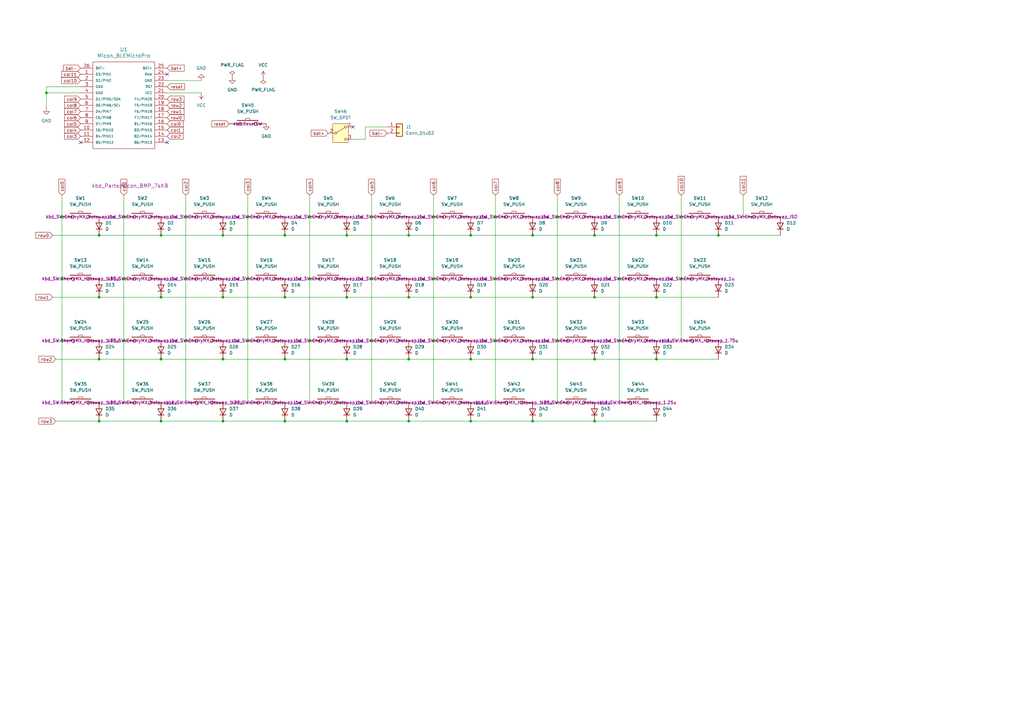
<source format=kicad_sch>
(kicad_sch (version 20231120) (generator "eeschema") (generator_version "8.0")
  (paper "A3")
  (lib_symbols
    (symbol "Connector_Generic:Conn_01x02" (pin_names (offset 1.016) hide)
      (property "Reference" "J" (at 0 2.54 0))
      (property "Value" "Conn_01x02" (at 0 -5.08 0))
      (symbol "Conn_01x02_1_1"
        (rectangle (start -1.27 -2.413) (end 0 -2.667) (stroke (width 0.1524)))
        (rectangle (start -1.27 0.127) (end 0 -0.127) (stroke (width 0.1524)))
        (rectangle (start -1.27 1.27) (end 1.27 -3.81) (stroke (width 0.254)) (fill (type background)))
        (pin passive line (at -5.08 0 0) (length 3.81) (name "Pin_1") (number "1"))
        (pin passive line (at -5.08 -2.54 0) (length 3.81) (name "Pin_2") (number "2"))
      )
    )
    (symbol "Device:D" (pin_numbers hide) (pin_names (offset 1.016) hide)
      (property "Reference" "D" (at 0 2.54 0))
      (property "Value" "D" (at 0 -2.54 0))
      (symbol "D_0_1"
        (polyline (pts (xy -1.27 1.27) (xy -1.27 -1.27)) (stroke (width 0.254)))
        (polyline (pts (xy 1.27 0) (xy -1.27 0)))
        (polyline (pts (xy 1.27 1.27) (xy 1.27 -1.27) (xy -1.27 0) (xy 1.27 1.27)) (stroke (width 0.254)))
      )
      (symbol "D_1_1"
        (pin passive line (at -3.81 0 0) (length 2.54) (name "K") (number "1"))
        (pin passive line (at 3.81 0 180) (length 2.54) (name "A") (number "2"))
      )
    )
    (symbol "Salicylic_kbd:Micon_BLEMicroPro" (pin_names (offset 1.016))
      (property "Reference" "U" (at 0 26.67 0))
      (property "Value" "Micon_BLEMicroPro" (at 0 -13.97 0))
      (symbol "Micon_BLEMicroPro_0_1"
        (rectangle (start 12.7 24.13) (end -12.7 -11.43))
      )
      (symbol "Micon_BLEMicroPro_1_1"
        (pin bidirectional line (at -17.78 19.05 0) (length 5.08) (name "D3/PIN1") (number "1"))
        (pin bidirectional line (at -17.78 -3.81 0) (length 5.08) (name "E6/PIN10") (number "10"))
        (pin bidirectional line (at -17.78 -6.35 0) (length 5.08) (name "B4/PIN11") (number "11"))
        (pin bidirectional line (at -17.78 -8.89 0) (length 5.08) (name "B5/PIN12") (number "12"))
        (pin bidirectional line (at 17.78 -8.89 180) (length 5.08) (name "B6/PIN13") (number "13"))
        (pin bidirectional line (at 17.78 -6.35 180) (length 5.08) (name "B2/PIN14") (number "14"))
        (pin bidirectional line (at 17.78 -3.81 180) (length 5.08) (name "B3/PIN15") (number "15"))
        (pin bidirectional line (at 17.78 -1.27 180) (length 5.08) (name "B1/PIN16") (number "16"))
        (pin bidirectional line (at 17.78 1.27 180) (length 5.08) (name "F7/PIN17") (number "17"))
        (pin bidirectional line (at 17.78 3.81 180) (length 5.08) (name "F6/PIN18") (number "18"))
        (pin bidirectional line (at 17.78 6.35 180) (length 5.08) (name "F5/PIN19") (number "19"))
        (pin bidirectional line (at -17.78 16.51 0) (length 5.08) (name "D2/PIN2") (number "2"))
        (pin bidirectional line (at 17.78 8.89 180) (length 5.08) (name "F4/PIN20") (number "20"))
        (pin power_in line (at 17.78 11.43 180) (length 5.08) (name "VCC") (number "21"))
        (pin input line (at 17.78 13.97 180) (length 5.08) (name "RST") (number "22"))
        (pin power_in line (at 17.78 16.51 180) (length 5.08) (name "GND") (number "23"))
        (pin power_out line (at 17.78 19.05 180) (length 5.08) (name "RAW") (number "24"))
        (pin input line (at 17.78 21.59 180) (length 5.08) (name "BAT+") (number "25"))
        (pin input line (at -17.78 21.59 0) (length 5.08) (name "BAT-") (number "26"))
        (pin power_in line (at -17.78 13.97 0) (length 5.08) (name "GND") (number "3"))
        (pin power_in line (at -17.78 11.43 0) (length 5.08) (name "GND") (number "4"))
        (pin bidirectional line (at -17.78 8.89 0) (length 5.08) (name "D1/PIN5/SDA") (number "5"))
        (pin bidirectional line (at -17.78 6.35 0) (length 5.08) (name "D0/PIN6/SCL") (number "6"))
        (pin bidirectional line (at -17.78 3.81 0) (length 5.08) (name "D4/PIN7") (number "7"))
        (pin bidirectional line (at -17.78 1.27 0) (length 5.08) (name "C6/PIN8") (number "8"))
        (pin bidirectional line (at -17.78 -1.27 0) (length 5.08) (name "D7/PIN9") (number "9"))
      )
    )
    (symbol "Switch:SW_SPDT" (pin_names (offset 0) hide)
      (property "Reference" "SW" (at 0 5.08 0))
      (property "Value" "SW_SPDT" (at 0 -5.08 0))
      (symbol "SW_SPDT_0_1"
        (circle (center -2.032 0) (radius 0.4572))
        (polyline (pts (xy -1.651 0.254) (xy 1.651 2.286)))
        (circle (center 2.032 -2.54) (radius 0.4572))
        (circle (center 2.032 2.54) (radius 0.4572))
      )
      (symbol "SW_SPDT_1_1"
        (rectangle (start -3.175 3.81) (end 3.175 -3.81) (fill (type background)))
        (pin passive line (at 5.08 2.54 180) (length 2.54) (name "A") (number "1"))
        (pin passive line (at -5.08 0 0) (length 2.54) (name "B") (number "2"))
        (pin passive line (at 5.08 -2.54 180) (length 2.54) (name "C") (number "3"))
      )
    )
    (symbol "kbd:SW_PUSH" (pin_numbers hide) (pin_names (offset 1.016) hide)
      (property "Reference" "SW" (at 3.81 2.794 0))
      (property "Value" "SW_PUSH" (at 0 -2.032 0))
      (symbol "SW_PUSH_0_1"
        (rectangle (start -4.318 1.27) (end 4.318 1.524))
        (polyline (pts (xy -1.016 1.524) (xy -0.762 2.286) (xy 0.762 2.286) (xy 1.016 1.524)))
        (pin passive inverted (at -7.62 0 0) (length 5.08) (name "1") (number "1"))
        (pin passive inverted (at 7.62 0 180) (length 5.08) (name "2") (number "2"))
      )
    )
    (symbol "power:GND" (power) (pin_numbers hide) (pin_names (offset 0) hide)
      (property "Value" "GND" (at 0 -3.81 0))
      (symbol "GND_0_1"
        (polyline (pts (xy 0 0) (xy 0 -1.27) (xy 1.27 -1.27) (xy 0 -2.54) (xy -1.27 -1.27) (xy 0 -1.27)))
      )
      (symbol "GND_1_1"
        (pin power_in line (at 0 0 270) (length 0) (name "~") (number "1"))
      )
    )
    (symbol "power:PWR_FLAG" (power) (pin_numbers hide) (pin_names (offset 0) hide)
      (property "Value" "PWR_FLAG" (at 0 3.81 0))
      (symbol "PWR_FLAG_0_0"
        (pin power_out line (at 0 0 90) (length 0) (name "~") (number "1"))
      )
      (symbol "PWR_FLAG_0_1"
        (polyline (pts (xy 0 0) (xy 0 1.27) (xy -1.016 1.905) (xy 0 2.54) (xy 1.016 1.905) (xy 0 1.27)))
      )
    )
    (symbol "power:VCC" (power) (pin_numbers hide) (pin_names (offset 0) hide)
      (property "Value" "VCC" (at 0 3.556 0))
      (symbol "VCC_0_1"
        (polyline (pts (xy -0.762 1.27) (xy 0 2.54)))
        (polyline (pts (xy 0 0) (xy 0 2.54)))
        (polyline (pts (xy 0 2.54) (xy 0.762 1.27)))
      )
      (symbol "VCC_1_1"
        (pin power_in line (at 0 0 90) (length 0) (name "~") (number "1"))
      )
    )
  )
  (junction (at 218.44 147.32))
  (junction (at 177.8 139.7))
  (junction (at 254 139.7))
  (junction (at 127 88.9))
  (junction (at 40.64 121.92))
  (junction (at 177.8 114.3))
  (junction (at 193.04 147.32))
  (junction (at 76.2 88.9))
  (junction (at 279.4 114.3))
  (junction (at 218.44 96.52))
  (junction (at 152.4 88.9))
  (junction (at 19.05 38.1))
  (junction (at 228.6 139.7))
  (junction (at 243.84 96.52))
  (junction (at 294.64 96.52))
  (junction (at 50.8 139.7))
  (junction (at 167.64 96.52))
  (junction (at 66.04 96.52))
  (junction (at 66.04 172.72))
  (junction (at 167.64 172.72))
  (junction (at 243.84 147.32))
  (junction (at 91.44 172.72))
  (junction (at 228.6 114.3))
  (junction (at 152.4 139.7))
  (junction (at 116.84 121.92))
  (junction (at 218.44 121.92))
  (junction (at 142.24 121.92))
  (junction (at 254 88.9))
  (junction (at 142.24 147.32))
  (junction (at 167.64 147.32))
  (junction (at 40.64 147.32))
  (junction (at 101.6 88.9))
  (junction (at 279.4 88.9))
  (junction (at 218.44 172.72))
  (junction (at 243.84 121.92))
  (junction (at 127 114.3))
  (junction (at 25.4 88.9))
  (junction (at 116.84 96.52))
  (junction (at 40.64 172.72))
  (junction (at 25.4 114.3))
  (junction (at 228.6 88.9))
  (junction (at 243.84 172.72))
  (junction (at 269.24 96.52))
  (junction (at 193.04 121.92))
  (junction (at 101.6 139.7))
  (junction (at 91.44 96.52))
  (junction (at 254 114.3))
  (junction (at 142.24 96.52))
  (junction (at 25.4 139.7))
  (junction (at 193.04 172.72))
  (junction (at 66.04 121.92))
  (junction (at 193.04 96.52))
  (junction (at 269.24 121.92))
  (junction (at 116.84 147.32))
  (junction (at 127 139.7))
  (junction (at 50.8 114.3))
  (junction (at 177.8 88.9))
  (junction (at 152.4 114.3))
  (junction (at 116.84 172.72))
  (junction (at 76.2 139.7))
  (junction (at 203.2 88.9))
  (junction (at 76.2 114.3))
  (junction (at 91.44 121.92))
  (junction (at 142.24 172.72))
  (junction (at 269.24 147.32))
  (junction (at 50.8 88.9))
  (junction (at 203.2 139.7))
  (junction (at 91.44 147.32))
  (junction (at 167.64 121.92))
  (junction (at 203.2 114.3))
  (junction (at 101.6 114.3))
  (junction (at 40.64 96.52))
  (junction (at 66.04 147.32))
  (no_connect (at 68.58 58.42))
  (no_connect (at 144.78 52.07))
  (no_connect (at 68.58 30.48))
  (no_connect (at 33.02 58.42))
  (wire (pts (xy 228.6 88.9) (xy 228.6 114.3)))
  (wire (pts (xy 269.24 147.32) (xy 243.84 147.32)))
  (wire (pts (xy 218.44 147.32) (xy 193.04 147.32)))
  (wire (pts (xy 116.84 147.32) (xy 91.44 147.32)))
  (wire (pts (xy 203.2 139.7) (xy 203.2 165.1)))
  (wire (pts (xy 127 88.9) (xy 127 114.3)))
  (wire (pts (xy 66.04 121.92) (xy 91.44 121.92)))
  (wire (pts (xy 254 80.01) (xy 254 88.9)))
  (wire (pts (xy 40.64 172.72) (xy 66.04 172.72)))
  (wire (pts (xy 19.05 35.56) (xy 19.05 38.1)))
  (wire (pts (xy 142.24 121.92) (xy 167.64 121.92)))
  (wire (pts (xy 25.4 139.7) (xy 25.4 165.1)))
  (wire (pts (xy 40.64 121.92) (xy 66.04 121.92)))
  (wire (pts (xy 91.44 172.72) (xy 116.84 172.72)))
  (wire (pts (xy 228.6 80.01) (xy 228.6 88.9)))
  (wire (pts (xy 68.58 33.02) (xy 82.55 33.02)))
  (wire (pts (xy 116.84 96.52) (xy 142.24 96.52)))
  (wire (pts (xy 116.84 172.72) (xy 142.24 172.72)))
  (wire (pts (xy 243.84 121.92) (xy 269.24 121.92)))
  (wire (pts (xy 167.64 121.92) (xy 193.04 121.92)))
  (wire (pts (xy 279.4 80.01) (xy 279.4 88.9)))
  (wire (pts (xy 177.8 80.01) (xy 177.8 88.9)))
  (wire (pts (xy 76.2 80.01) (xy 76.2 88.9)))
  (wire (pts (xy 167.64 147.32) (xy 142.24 147.32)))
  (wire (pts (xy 91.44 147.32) (xy 66.04 147.32)))
  (wire (pts (xy 304.8 80.01) (xy 304.8 88.9)))
  (wire (pts (xy 50.8 139.7) (xy 50.8 165.1)))
  (wire (pts (xy 40.64 147.32) (xy 22.86 147.32)))
  (wire (pts (xy 158.75 52.07) (xy 149.86 52.07)))
  (wire (pts (xy 40.64 96.52) (xy 66.04 96.52)))
  (wire (pts (xy 203.2 88.9) (xy 203.2 114.3)))
  (wire (pts (xy 203.2 114.3) (xy 203.2 139.7)))
  (wire (pts (xy 254 88.9) (xy 254 114.3)))
  (wire (pts (xy 228.6 114.3) (xy 228.6 139.7)))
  (wire (pts (xy 203.2 80.01) (xy 203.2 88.9)))
  (wire (pts (xy 91.44 121.92) (xy 116.84 121.92)))
  (wire (pts (xy 76.2 139.7) (xy 76.2 165.1)))
  (wire (pts (xy 19.05 38.1) (xy 19.05 44.45)))
  (wire (pts (xy 22.86 172.72) (xy 40.64 172.72)))
  (wire (pts (xy 66.04 172.72) (xy 91.44 172.72)))
  (wire (pts (xy 177.8 139.7) (xy 177.8 165.1)))
  (wire (pts (xy 25.4 80.01) (xy 25.4 88.9)))
  (wire (pts (xy 101.6 80.01) (xy 101.6 88.9)))
  (wire (pts (xy 101.6 139.7) (xy 101.6 165.1)))
  (wire (pts (xy 254 114.3) (xy 254 139.7)))
  (wire (pts (xy 76.2 88.9) (xy 76.2 114.3)))
  (wire (pts (xy 142.24 147.32) (xy 116.84 147.32)))
  (wire (pts (xy 177.8 88.9) (xy 177.8 114.3)))
  (wire (pts (xy 152.4 114.3) (xy 152.4 139.7)))
  (wire (pts (xy 243.84 96.52) (xy 269.24 96.52)))
  (wire (pts (xy 91.44 96.52) (xy 116.84 96.52)))
  (wire (pts (xy 25.4 114.3) (xy 25.4 139.7)))
  (wire (pts (xy 68.58 38.1) (xy 82.55 38.1)))
  (wire (pts (xy 21.59 96.52) (xy 40.64 96.52)))
  (wire (pts (xy 116.84 121.92) (xy 142.24 121.92)))
  (wire (pts (xy 142.24 96.52) (xy 167.64 96.52)))
  (wire (pts (xy 218.44 96.52) (xy 243.84 96.52)))
  (wire (pts (xy 101.6 88.9) (xy 101.6 114.3)))
  (wire (pts (xy 142.24 172.72) (xy 167.64 172.72)))
  (wire (pts (xy 243.84 147.32) (xy 218.44 147.32)))
  (wire (pts (xy 279.4 114.3) (xy 279.4 139.7)))
  (wire (pts (xy 218.44 121.92) (xy 243.84 121.92)))
  (wire (pts (xy 243.84 172.72) (xy 269.24 172.72)))
  (wire (pts (xy 193.04 121.92) (xy 218.44 121.92)))
  (wire (pts (xy 294.64 96.52) (xy 320.04 96.52)))
  (wire (pts (xy 127 114.3) (xy 127 139.7)))
  (wire (pts (xy 127 80.01) (xy 127 88.9)))
  (wire (pts (xy 25.4 88.9) (xy 25.4 114.3)))
  (wire (pts (xy 152.4 88.9) (xy 152.4 114.3)))
  (wire (pts (xy 33.02 38.1) (xy 19.05 38.1)))
  (wire (pts (xy 21.59 121.92) (xy 40.64 121.92)))
  (wire (pts (xy 127 139.7) (xy 127 165.1)))
  (wire (pts (xy 66.04 147.32) (xy 40.64 147.32)))
  (wire (pts (xy 193.04 172.72) (xy 218.44 172.72)))
  (wire (pts (xy 269.24 96.52) (xy 294.64 96.52)))
  (wire (pts (xy 279.4 88.9) (xy 279.4 114.3)))
  (wire (pts (xy 228.6 139.7) (xy 228.6 165.1)))
  (wire (pts (xy 66.04 96.52) (xy 91.44 96.52)))
  (wire (pts (xy 193.04 96.52) (xy 218.44 96.52)))
  (wire (pts (xy 193.04 147.32) (xy 167.64 147.32)))
  (wire (pts (xy 254 139.7) (xy 254 165.1)))
  (wire (pts (xy 50.8 80.01) (xy 50.8 88.9)))
  (wire (pts (xy 76.2 114.3) (xy 76.2 139.7)))
  (wire (pts (xy 149.86 57.15) (xy 144.78 57.15)))
  (wire (pts (xy 294.64 147.32) (xy 269.24 147.32)))
  (wire (pts (xy 152.4 80.01) (xy 152.4 88.9)))
  (wire (pts (xy 269.24 121.92) (xy 294.64 121.92)))
  (wire (pts (xy 50.8 88.9) (xy 50.8 114.3)))
  (wire (pts (xy 167.64 172.72) (xy 193.04 172.72)))
  (wire (pts (xy 149.86 52.07) (xy 149.86 57.15)))
  (wire (pts (xy 33.02 35.56) (xy 19.05 35.56)))
  (wire (pts (xy 177.8 114.3) (xy 177.8 139.7)))
  (wire (pts (xy 101.6 114.3) (xy 101.6 139.7)))
  (wire (pts (xy 218.44 172.72) (xy 243.84 172.72)))
  (wire (pts (xy 167.64 96.52) (xy 193.04 96.52)))
  (wire (pts (xy 50.8 114.3) (xy 50.8 139.7)))
  (wire (pts (xy 152.4 139.7) (xy 152.4 165.1)))
  (global_label "col11" (shape input) (at 304.8 80.01 90) (property "Intersheetrefs" "${INTERSHEET_REFS}" (effects (hide yes))))
  (global_label "col1" (shape input) (at 50.8 80.01 90) (property "Intersheetrefs" "${INTERSHEET_REFS}" (effects (hide yes))))
  (global_label "col3" (shape input) (at 101.6 80.01 90) (property "Intersheetrefs" "${INTERSHEET_REFS}" (effects (hide yes))))
  (global_label "col5" (shape input) (at 33.02 50.8 180) (property "Intersheetrefs" "${INTERSHEET_REFS}" (effects (hide yes))))
  (global_label "col9" (shape input) (at 254 80.01 90) (property "Intersheetrefs" "${INTERSHEET_REFS}" (effects (hide yes))))
  (global_label "col0" (shape input) (at 68.58 50.8 0) (property "Intersheetrefs" "${INTERSHEET_REFS}" (effects (hide yes))))
  (global_label "col0" (shape input) (at 25.4 80.01 90) (property "Intersheetrefs" "${INTERSHEET_REFS}" (effects (hide yes))))
  (global_label "col4" (shape input) (at 127 80.01 90) (property "Intersheetrefs" "${INTERSHEET_REFS}" (effects (hide yes))))
  (global_label "row3" (shape input) (at 68.58 40.64 0) (property "Intersheetrefs" "${INTERSHEET_REFS}" (effects (hide yes))))
  (global_label "bat-" (shape input) (at 158.75 54.61 180) (property "Intersheetrefs" "${INTERSHEET_REFS}" (effects (hide yes))))
  (global_label "col10" (shape input) (at 279.4 80.01 90) (property "Intersheetrefs" "${INTERSHEET_REFS}" (effects (hide yes))))
  (global_label "reset" (shape input) (at 68.58 35.56 0) (property "Intersheetrefs" "${INTERSHEET_REFS}" (effects (hide yes))))
  (global_label "col8" (shape input) (at 228.6 80.01 90) (property "Intersheetrefs" "${INTERSHEET_REFS}" (effects (hide yes))))
  (global_label "bat+" (shape input) (at 68.58 27.94 0) (property "Intersheetrefs" "${INTERSHEET_REFS}" (effects (hide yes))))
  (global_label "row1" (shape input) (at 21.59 121.92 180) (property "Intersheetrefs" "${INTERSHEET_REFS}" (effects (hide yes))))
  (global_label "col5" (shape input) (at 152.4 80.01 90) (property "Intersheetrefs" "${INTERSHEET_REFS}" (effects (hide yes))))
  (global_label "row0" (shape input) (at 21.59 96.52 180) (property "Intersheetrefs" "${INTERSHEET_REFS}" (effects (hide yes))))
  (global_label "row3" (shape input) (at 22.86 172.72 180) (property "Intersheetrefs" "${INTERSHEET_REFS}" (effects (hide yes))))
  (global_label "row0" (shape input) (at 68.58 48.26 0) (property "Intersheetrefs" "${INTERSHEET_REFS}" (effects (hide yes))))
  (global_label "col9" (shape input) (at 33.02 40.64 180) (property "Intersheetrefs" "${INTERSHEET_REFS}" (effects (hide yes))))
  (global_label "bat-" (shape input) (at 33.02 27.94 180) (property "Intersheetrefs" "${INTERSHEET_REFS}" (effects (hide yes))))
  (global_label "col2" (shape input) (at 76.2 80.01 90) (property "Intersheetrefs" "${INTERSHEET_REFS}" (effects (hide yes))))
  (global_label "col11" (shape input) (at 33.02 30.48 180) (property "Intersheetrefs" "${INTERSHEET_REFS}" (effects (hide yes))))
  (global_label "row2" (shape input) (at 22.86 147.32 180) (property "Intersheetrefs" "${INTERSHEET_REFS}" (effects (hide yes))))
  (global_label "row2" (shape input) (at 68.58 43.18 0) (property "Intersheetrefs" "${INTERSHEET_REFS}" (effects (hide yes))))
  (global_label "col7" (shape input) (at 203.2 80.01 90) (property "Intersheetrefs" "${INTERSHEET_REFS}" (effects (hide yes))))
  (global_label "col8" (shape input) (at 33.02 43.18 180) (property "Intersheetrefs" "${INTERSHEET_REFS}" (effects (hide yes))))
  (global_label "col1" (shape input) (at 68.58 53.34 0) (property "Intersheetrefs" "${INTERSHEET_REFS}" (effects (hide yes))))
  (global_label "col7" (shape input) (at 33.02 45.72 180) (property "Intersheetrefs" "${INTERSHEET_REFS}" (effects (hide yes))))
  (global_label "col2" (shape input) (at 68.58 55.88 0) (property "Intersheetrefs" "${INTERSHEET_REFS}" (effects (hide yes))))
  (global_label "col6" (shape input) (at 33.02 48.26 180) (property "Intersheetrefs" "${INTERSHEET_REFS}" (effects (hide yes))))
  (global_label "col3" (shape input) (at 33.02 55.88 180) (property "Intersheetrefs" "${INTERSHEET_REFS}" (effects (hide yes))))
  (global_label "col4" (shape input) (at 33.02 53.34 180) (property "Intersheetrefs" "${INTERSHEET_REFS}" (effects (hide yes))))
  (global_label "bat+" (shape input) (at 134.62 54.61 180) (property "Intersheetrefs" "${INTERSHEET_REFS}" (effects (hide yes))))
  (global_label "reset" (shape input) (at 93.98 50.8 180) (property "Intersheetrefs" "${INTERSHEET_REFS}" (effects (hide yes))))
  (global_label "col6" (shape input) (at 177.8 80.01 90) (property "Intersheetrefs" "${INTERSHEET_REFS}" (effects (hide yes))))
  (global_label "row1" (shape input) (at 68.58 45.72 0) (property "Intersheetrefs" "${INTERSHEET_REFS}" (effects (hide yes))))
  (global_label "col10" (shape input) (at 33.02 33.02 180) (property "Intersheetrefs" "${INTERSHEET_REFS}" (effects (hide yes))))
  (symbol (lib_id "kbd:SW_PUSH") (at 58.42 114.3 0) (unit 1)
    (property "Reference" "SW14" (at 58.42 106.68 0))
    (property "Value" "SW_PUSH" (at 58.42 109.22 0))
    (property "Footprint" "kbd_SW:CherryMX_Hotswap_1u" (at 58.42 114.3 0))
  )
  (symbol (lib_id "Connector_Generic:Conn_01x02") (at 163.83 52.07 0) (unit 1)
    (property "Reference" "J1" (at 166.37 52.0699 0) (effects (justify left)))
    (property "Value" "Conn_01x02" (at 166.37 54.6099 0) (effects (justify left)))
    (property "Footprint" "kbd_Parts:Battery_BMP_2pin" (effects (hide yes)))
    (property "Description" "Generic connector, single row, 01x02, script generated (kicad-library-utils/schlib/autogen/connector/)" (effects (hide yes)))
  )
  (symbol (lib_id "kbd:SW_PUSH") (at 134.62 114.3 0) (unit 1)
    (property "Reference" "SW17" (at 134.62 106.68 0))
    (property "Value" "SW_PUSH" (at 134.62 109.22 0))
    (property "Footprint" "kbd_SW:CherryMX_Hotswap_1u" (at 134.62 114.3 0))
  )
  (symbol (lib_id "kbd:SW_PUSH") (at 83.82 139.7 0) (unit 1)
    (property "Reference" "SW26" (at 83.82 132.08 0))
    (property "Value" "SW_PUSH" (at 83.82 134.62 0))
    (property "Footprint" "kbd_SW:CherryMX_Hotswap_1u" (at 83.82 139.7 0))
  )
  (symbol (lib_id "power:GND") (at 19.05 44.45 0) (unit 1)
    (property "Reference" "#PWR02" (effects (hide yes)))
    (property "Value" "GND" (at 19.05 49.53 0))
    (property "Description" "Power symbol creates a global label with name \"GND\" , ground" (effects (hide yes)))
  )
  (symbol (lib_id "power:GND") (at 109.22 50.8 0) (unit 1)
    (property "Reference" "#PWR06" (effects (hide yes)))
    (property "Value" "GND" (at 109.22 55.88 0))
    (property "Description" "Power symbol creates a global label with name \"GND\" , ground" (effects (hide yes)))
  )
  (symbol (lib_id "kbd:SW_PUSH") (at 261.62 114.3 0) (unit 1)
    (property "Reference" "SW22" (at 261.62 106.68 0))
    (property "Value" "SW_PUSH" (at 261.62 109.22 0))
    (property "Footprint" "kbd_SW:CherryMX_Hotswap_1u" (at 261.62 114.3 0))
  )
  (symbol (lib_id "kbd:SW_PUSH") (at 210.82 88.9 0) (unit 1)
    (property "Reference" "SW8" (at 210.82 81.28 0))
    (property "Value" "SW_PUSH" (at 210.82 83.82 0))
    (property "Footprint" "kbd_SW:CherryMX_Hotswap_1u" (at 210.82 88.9 0))
  )
  (symbol (lib_id "kbd:SW_PUSH") (at 287.02 114.3 0) (unit 1)
    (property "Reference" "SW23" (at 287.02 106.68 0))
    (property "Value" "SW_PUSH" (at 287.02 109.22 0))
    (property "Footprint" "kbd_SW:CherryMX_Hotswap_1u" (at 287.02 114.3 0))
  )
  (symbol (lib_id "kbd:SW_PUSH") (at 160.02 165.1 0) (unit 1)
    (property "Reference" "SW40" (at 160.02 157.48 0))
    (property "Value" "SW_PUSH" (at 160.02 160.02 0))
    (property "Footprint" "kbd_SW:CherryMX_Hotswap_1u" (at 160.02 165.1 0))
  )
  (symbol (lib_id "kbd:SW_PUSH") (at 160.02 88.9 0) (unit 1)
    (property "Reference" "SW6" (at 160.02 81.28 0))
    (property "Value" "SW_PUSH" (at 160.02 83.82 0))
    (property "Footprint" "kbd_SW:CherryMX_Hotswap_1u" (at 160.02 88.9 0))
  )
  (symbol (lib_id "kbd:SW_PUSH") (at 312.42 88.9 0) (unit 1)
    (property "Reference" "SW12" (at 312.42 81.28 0))
    (property "Value" "SW_PUSH" (at 312.42 83.82 0))
    (property "Footprint" "kbd_SW:CherryMX_Hotswap_ISO" (at 312.42 88.9 0))
  )
  (symbol (lib_id "kbd:SW_PUSH") (at 160.02 114.3 0) (unit 1)
    (property "Reference" "SW18" (at 160.02 106.68 0))
    (property "Value" "SW_PUSH" (at 160.02 109.22 0))
    (property "Footprint" "kbd_SW:CherryMX_Hotswap_1u" (at 160.02 114.3 0))
  )
  (symbol (lib_id "kbd:SW_PUSH") (at 109.22 165.1 0) (unit 1)
    (property "Reference" "SW38" (at 109.22 157.48 0))
    (property "Value" "SW_PUSH" (at 109.22 160.02 0))
    (property "Footprint" "kbd_SW:CherryMX_Hotswap_1u" (at 109.22 165.1 0))
  )
  (symbol (lib_id "Device:D") (at 218.44 92.71 90) (unit 1)
    (property "Reference" "D8" (at 220.98 91.4399 90) (effects (justify right)))
    (property "Value" "D" (at 220.98 93.9799 90) (effects (justify right)))
    (property "Footprint" "kbd_Parts:Diode_SMD" (effects (hide yes)))
    (property "Description" "Diode" (effects (hide yes)))
    (property "Sim.Device" "D" (effects (hide yes)))
    (property "Sim.Pins" "1=K 2=A" (effects (hide yes)))
  )
  (symbol (lib_id "Device:D") (at 269.24 168.91 90) (unit 1)
    (property "Reference" "D44" (at 271.78 167.6399 90) (effects (justify right)))
    (property "Value" "D" (at 271.78 170.1799 90) (effects (justify right)))
    (property "Footprint" "kbd_Parts:Diode_SMD" (effects (hide yes)))
    (property "Description" "Diode" (effects (hide yes)))
    (property "Sim.Device" "D" (effects (hide yes)))
    (property "Sim.Pins" "1=K 2=A" (effects (hide yes)))
  )
  (symbol (lib_id "Device:D") (at 218.44 168.91 90) (unit 1)
    (property "Reference" "D42" (at 220.98 167.6399 90) (effects (justify right)))
    (property "Value" "D" (at 220.98 170.1799 90) (effects (justify right)))
    (property "Footprint" "kbd_Parts:Diode_SMD" (effects (hide yes)))
    (property "Description" "Diode" (effects (hide yes)))
    (property "Sim.Device" "D" (effects (hide yes)))
    (property "Sim.Pins" "1=K 2=A" (effects (hide yes)))
  )
  (symbol (lib_id "kbd:SW_PUSH") (at 261.62 165.1 0) (unit 1)
    (property "Reference" "SW44" (at 261.62 157.48 0))
    (property "Value" "SW_PUSH" (at 261.62 160.02 0))
    (property "Footprint" "kbd_SW:CherryMX_Hotswap_1.25u" (at 261.62 165.1 0))
  )
  (symbol (lib_id "Device:D") (at 167.64 92.71 90) (unit 1)
    (property "Reference" "D6" (at 170.18 91.4399 90) (effects (justify right)))
    (property "Value" "D" (at 170.18 93.9799 90) (effects (justify right)))
    (property "Footprint" "kbd_Parts:Diode_SMD" (effects (hide yes)))
    (property "Description" "Diode" (effects (hide yes)))
    (property "Sim.Device" "D" (effects (hide yes)))
    (property "Sim.Pins" "1=K 2=A" (effects (hide yes)))
  )
  (symbol (lib_id "kbd:SW_PUSH") (at 83.82 165.1 0) (unit 1)
    (property "Reference" "SW37" (at 83.82 157.48 0))
    (property "Value" "SW_PUSH" (at 83.82 160.02 0))
    (property "Footprint" "kbd_SW:CherryMX_Hotswap_1.25u" (at 83.82 165.1 0))
  )
  (symbol (lib_id "Device:D") (at 294.64 92.71 90) (unit 1)
    (property "Reference" "D11" (at 297.18 91.4399 90) (effects (justify right)))
    (property "Value" "D" (at 297.18 93.9799 90) (effects (justify right)))
    (property "Footprint" "kbd_Parts:Diode_SMD" (effects (hide yes)))
    (property "Description" "Diode" (effects (hide yes)))
    (property "Sim.Device" "D" (effects (hide yes)))
    (property "Sim.Pins" "1=K 2=A" (effects (hide yes)))
  )
  (symbol (lib_id "Device:D") (at 269.24 92.71 90) (unit 1)
    (property "Reference" "D10" (at 271.78 91.4399 90) (effects (justify right)))
    (property "Value" "D" (at 271.78 93.9799 90) (effects (justify right)))
    (property "Footprint" "kbd_Parts:Diode_SMD" (effects (hide yes)))
    (property "Description" "Diode" (effects (hide yes)))
    (property "Sim.Device" "D" (effects (hide yes)))
    (property "Sim.Pins" "1=K 2=A" (effects (hide yes)))
  )
  (symbol (lib_id "Device:D") (at 116.84 143.51 90) (unit 1)
    (property "Reference" "D27" (at 119.38 142.2399 90) (effects (justify right)))
    (property "Value" "D" (at 119.38 144.7799 90) (effects (justify right)))
    (property "Footprint" "kbd_Parts:Diode_SMD" (effects (hide yes)))
    (property "Description" "Diode" (effects (hide yes)))
    (property "Sim.Device" "D" (effects (hide yes)))
    (property "Sim.Pins" "1=K 2=A" (effects (hide yes)))
  )
  (symbol (lib_id "kbd:SW_PUSH") (at 160.02 139.7 0) (unit 1)
    (property "Reference" "SW29" (at 160.02 132.08 0))
    (property "Value" "SW_PUSH" (at 160.02 134.62 0))
    (property "Footprint" "kbd_SW:CherryMX_Hotswap_1u" (at 160.02 139.7 0))
  )
  (symbol (lib_id "power:PWR_FLAG") (at 95.25 31.75 0) (unit 1)
    (property "Reference" "#FLG02" (effects (hide yes)))
    (property "Value" "PWR_FLAG" (at 95.25 26.67 0))
    (property "Description" "Special symbol for telling ERC where power comes from" (effects (hide yes)))
  )
  (symbol (lib_id "kbd:SW_PUSH") (at 261.62 88.9 0) (unit 1)
    (property "Reference" "SW10" (at 261.62 81.28 0))
    (property "Value" "SW_PUSH" (at 261.62 83.82 0))
    (property "Footprint" "kbd_SW:CherryMX_Hotswap_1u" (at 261.62 88.9 0))
  )
  (symbol (lib_id "power:GND") (at 82.55 33.02 180) (unit 1)
    (property "Reference" "#PWR03" (effects (hide yes)))
    (property "Value" "GND" (at 82.55 27.94 0))
    (property "Description" "Power symbol creates a global label with name \"GND\" , ground" (effects (hide yes)))
  )
  (symbol (lib_id "kbd:SW_PUSH") (at 83.82 114.3 0) (unit 1)
    (property "Reference" "SW15" (at 83.82 106.68 0))
    (property "Value" "SW_PUSH" (at 83.82 109.22 0))
    (property "Footprint" "kbd_SW:CherryMX_Hotswap_1u" (at 83.82 114.3 0))
  )
  (symbol (lib_id "Device:D") (at 40.64 92.71 90) (unit 1)
    (property "Reference" "D1" (at 43.18 91.4399 90) (effects (justify right)))
    (property "Value" "D" (at 43.18 93.9799 90) (effects (justify right)))
    (property "Footprint" "kbd_Parts:Diode_SMD" (effects (hide yes)))
    (property "Description" "Diode" (effects (hide yes)))
    (property "Sim.Device" "D" (effects (hide yes)))
    (property "Sim.Pins" "1=K 2=A" (effects (hide yes)))
  )
  (symbol (lib_id "Device:D") (at 116.84 168.91 90) (unit 1)
    (property "Reference" "D38" (at 119.38 167.6399 90) (effects (justify right)))
    (property "Value" "D" (at 119.38 170.1799 90) (effects (justify right)))
    (property "Footprint" "kbd_Parts:Diode_SMD" (effects (hide yes)))
    (property "Description" "Diode" (effects (hide yes)))
    (property "Sim.Device" "D" (effects (hide yes)))
    (property "Sim.Pins" "1=K 2=A" (effects (hide yes)))
  )
  (symbol (lib_id "kbd:SW_PUSH") (at 33.02 165.1 0) (unit 1)
    (property "Reference" "SW35" (at 33.02 157.48 0))
    (property "Value" "SW_PUSH" (at 33.02 160.02 0))
    (property "Footprint" "kbd_SW:CherryMX_Hotswap_1.25u" (at 33.02 165.1 0))
  )
  (symbol (lib_id "kbd:SW_PUSH") (at 185.42 165.1 0) (unit 1)
    (property "Reference" "SW41" (at 185.42 157.48 0))
    (property "Value" "SW_PUSH" (at 185.42 160.02 0))
    (property "Footprint" "kbd_SW:CherryMX_Hotswap_1u" (at 185.42 165.1 0))
  )
  (symbol (lib_id "Device:D") (at 40.64 168.91 90) (unit 1)
    (property "Reference" "D35" (at 43.18 167.6399 90) (effects (justify right)))
    (property "Value" "D" (at 43.18 170.1799 90) (effects (justify right)))
    (property "Footprint" "kbd_Parts:Diode_SMD" (effects (hide yes)))
    (property "Description" "Diode" (effects (hide yes)))
    (property "Sim.Device" "D" (effects (hide yes)))
    (property "Sim.Pins" "1=K 2=A" (effects (hide yes)))
  )
  (symbol (lib_id "kbd:SW_PUSH") (at 236.22 88.9 0) (unit 1)
    (property "Reference" "SW9" (at 236.22 81.28 0))
    (property "Value" "SW_PUSH" (at 236.22 83.82 0))
    (property "Footprint" "kbd_SW:CherryMX_Hotswap_1u" (at 236.22 88.9 0))
  )
  (symbol (lib_id "kbd:SW_PUSH") (at 101.6 50.8 0) (unit 1)
    (property "Reference" "SW45" (at 101.6 43.18 0))
    (property "Value" "SW_PUSH" (at 101.6 45.72 0))
    (property "Footprint" "kbd:ResetSW" (at 101.6 50.8 0))
  )
  (symbol (lib_id "Device:D") (at 66.04 92.71 90) (unit 1)
    (property "Reference" "D2" (at 68.58 91.4399 90) (effects (justify right)))
    (property "Value" "D" (at 68.58 93.9799 90) (effects (justify right)))
    (property "Footprint" "kbd_Parts:Diode_SMD" (effects (hide yes)))
    (property "Description" "Diode" (effects (hide yes)))
    (property "Sim.Device" "D" (effects (hide yes)))
    (property "Sim.Pins" "1=K 2=A" (effects (hide yes)))
  )
  (symbol (lib_id "Device:D") (at 91.44 118.11 90) (unit 1)
    (property "Reference" "D15" (at 93.98 116.8399 90) (effects (justify right)))
    (property "Value" "D" (at 93.98 119.3799 90) (effects (justify right)))
    (property "Footprint" "kbd_Parts:Diode_SMD" (effects (hide yes)))
    (property "Description" "Diode" (effects (hide yes)))
    (property "Sim.Device" "D" (effects (hide yes)))
    (property "Sim.Pins" "1=K 2=A" (effects (hide yes)))
  )
  (symbol (lib_id "kbd:SW_PUSH") (at 109.22 88.9 0) (unit 1)
    (property "Reference" "SW4" (at 109.22 81.28 0))
    (property "Value" "SW_PUSH" (at 109.22 83.82 0))
    (property "Footprint" "kbd_SW:CherryMX_Hotswap_1u" (at 109.22 88.9 0))
  )
  (symbol (lib_id "power:VCC") (at 107.95 31.75 0) (unit 1)
    (property "Reference" "#PWR05" (effects (hide yes)))
    (property "Value" "VCC" (at 107.95 26.67 0))
    (property "Description" "Power symbol creates a global label with name \"VCC\"" (effects (hide yes)))
  )
  (symbol (lib_id "Device:D") (at 218.44 118.11 90) (unit 1)
    (property "Reference" "D20" (at 220.98 116.8399 90) (effects (justify right)))
    (property "Value" "D" (at 220.98 119.3799 90) (effects (justify right)))
    (property "Footprint" "kbd_Parts:Diode_SMD" (effects (hide yes)))
    (property "Description" "Diode" (effects (hide yes)))
    (property "Sim.Device" "D" (effects (hide yes)))
    (property "Sim.Pins" "1=K 2=A" (effects (hide yes)))
  )
  (symbol (lib_id "kbd:SW_PUSH") (at 134.62 139.7 0) (unit 1)
    (property "Reference" "SW28" (at 134.62 132.08 0))
    (property "Value" "SW_PUSH" (at 134.62 134.62 0))
    (property "Footprint" "kbd_SW:CherryMX_Hotswap_1u" (at 134.62 139.7 0))
  )
  (symbol (lib_id "Device:D") (at 167.64 143.51 90) (unit 1)
    (property "Reference" "D29" (at 170.18 142.2399 90) (effects (justify right)))
    (property "Value" "D" (at 170.18 144.7799 90) (effects (justify right)))
    (property "Footprint" "kbd_Parts:Diode_SMD" (effects (hide yes)))
    (property "Description" "Diode" (effects (hide yes)))
    (property "Sim.Device" "D" (effects (hide yes)))
    (property "Sim.Pins" "1=K 2=A" (effects (hide yes)))
  )
  (symbol (lib_id "Device:D") (at 142.24 143.51 90) (unit 1)
    (property "Reference" "D28" (at 144.78 142.2399 90) (effects (justify right)))
    (property "Value" "D" (at 144.78 144.7799 90) (effects (justify right)))
    (property "Footprint" "kbd_Parts:Diode_SMD" (effects (hide yes)))
    (property "Description" "Diode" (effects (hide yes)))
    (property "Sim.Device" "D" (effects (hide yes)))
    (property "Sim.Pins" "1=K 2=A" (effects (hide yes)))
  )
  (symbol (lib_id "Device:D") (at 40.64 143.51 90) (unit 1)
    (property "Reference" "D24" (at 43.18 142.2399 90) (effects (justify right)))
    (property "Value" "D" (at 43.18 144.7799 90) (effects (justify right)))
    (property "Footprint" "kbd_Parts:Diode_SMD" (effects (hide yes)))
    (property "Description" "Diode" (effects (hide yes)))
    (property "Sim.Device" "D" (effects (hide yes)))
    (property "Sim.Pins" "1=K 2=A" (effects (hide yes)))
  )
  (symbol (lib_id "kbd:SW_PUSH") (at 287.02 88.9 0) (unit 1)
    (property "Reference" "SW11" (at 287.02 81.28 0))
    (property "Value" "SW_PUSH" (at 287.02 83.82 0))
    (property "Footprint" "kbd_SW:CherryMX_Hotswap_1u" (at 287.02 88.9 0))
  )
  (symbol (lib_id "kbd:SW_PUSH") (at 210.82 165.1 0) (unit 1)
    (property "Reference" "SW42" (at 210.82 157.48 0))
    (property "Value" "SW_PUSH" (at 210.82 160.02 0))
    (property "Footprint" "kbd_SW:CherryMX_Hotswap_1.25u" (at 210.82 165.1 0))
  )
  (symbol (lib_id "kbd:SW_PUSH") (at 33.02 88.9 0) (unit 1)
    (property "Reference" "SW1" (at 33.02 81.28 0))
    (property "Value" "SW_PUSH" (at 33.02 83.82 0))
    (property "Footprint" "kbd_SW:CherryMX_Hotswap_1u" (at 33.02 88.9 0))
  )
  (symbol (lib_id "kbd:SW_PUSH") (at 58.42 139.7 0) (unit 1)
    (property "Reference" "SW25" (at 58.42 132.08 0))
    (property "Value" "SW_PUSH" (at 58.42 134.62 0))
    (property "Footprint" "kbd_SW:CherryMX_Hotswap_1u" (at 58.42 139.7 0))
  )
  (symbol (lib_id "Device:D") (at 193.04 118.11 90) (unit 1)
    (property "Reference" "D19" (at 195.58 116.8399 90) (effects (justify right)))
    (property "Value" "D" (at 195.58 119.3799 90) (effects (justify right)))
    (property "Footprint" "kbd_Parts:Diode_SMD" (effects (hide yes)))
    (property "Description" "Diode" (effects (hide yes)))
    (property "Sim.Device" "D" (effects (hide yes)))
    (property "Sim.Pins" "1=K 2=A" (effects (hide yes)))
  )
  (symbol (lib_id "Device:D") (at 167.64 168.91 90) (unit 1)
    (property "Reference" "D40" (at 170.18 167.6399 90) (effects (justify right)))
    (property "Value" "D" (at 170.18 170.1799 90) (effects (justify right)))
    (property "Footprint" "kbd_Parts:Diode_SMD" (effects (hide yes)))
    (property "Description" "Diode" (effects (hide yes)))
    (property "Sim.Device" "D" (effects (hide yes)))
    (property "Sim.Pins" "1=K 2=A" (effects (hide yes)))
  )
  (symbol (lib_id "Device:D") (at 66.04 118.11 90) (unit 1)
    (property "Reference" "D14" (at 68.58 116.8399 90) (effects (justify right)))
    (property "Value" "D" (at 68.58 119.3799 90) (effects (justify right)))
    (property "Footprint" "kbd_Parts:Diode_SMD" (effects (hide yes)))
    (property "Description" "Diode" (effects (hide yes)))
    (property "Sim.Device" "D" (effects (hide yes)))
    (property "Sim.Pins" "1=K 2=A" (effects (hide yes)))
  )
  (symbol (lib_id "Device:D") (at 142.24 168.91 90) (unit 1)
    (property "Reference" "D39" (at 144.78 167.6399 90) (effects (justify right)))
    (property "Value" "D" (at 144.78 170.1799 90) (effects (justify right)))
    (property "Footprint" "kbd_Parts:Diode_SMD" (effects (hide yes)))
    (property "Description" "Diode" (effects (hide yes)))
    (property "Sim.Device" "D" (effects (hide yes)))
    (property "Sim.Pins" "1=K 2=A" (effects (hide yes)))
  )
  (symbol (lib_id "Switch:SW_SPDT") (at 139.7 54.61 0) (unit 1)
    (property "Reference" "SW46" (at 139.7 45.72 0))
    (property "Value" "SW_SPDT" (at 139.7 48.26 0))
    (property "Footprint" "askey:Toggle Switch - 2MS1T2B4VS2QES" (effects (hide yes)))
    (property "Description" "Switch, single pole double throw" (effects (hide yes)))
  )
  (symbol (lib_id "kbd:SW_PUSH") (at 185.42 139.7 0) (unit 1)
    (property "Reference" "SW30" (at 185.42 132.08 0))
    (property "Value" "SW_PUSH" (at 185.42 134.62 0))
    (property "Footprint" "kbd_SW:CherryMX_Hotswap_1u" (at 185.42 139.7 0))
  )
  (symbol (lib_id "Device:D") (at 91.44 168.91 90) (unit 1)
    (property "Reference" "D37" (at 93.98 167.6399 90) (effects (justify right)))
    (property "Value" "D" (at 93.98 170.1799 90) (effects (justify right)))
    (property "Footprint" "kbd_Parts:Diode_SMD" (effects (hide yes)))
    (property "Description" "Diode" (effects (hide yes)))
    (property "Sim.Device" "D" (effects (hide yes)))
    (property "Sim.Pins" "1=K 2=A" (effects (hide yes)))
  )
  (symbol (lib_id "Salicylic_kbd:Micon_BLEMicroPro") (at 50.8 49.53 0) (unit 1)
    (property "Reference" "U1" (at 50.8 20.32 0) (effects (font (size 1.524 1.524))))
    (property "Value" "Micon_BLEMicroPro" (at 50.8 22.86 0) (effects (font (size 1.524 1.524))))
    (property "Footprint" "kbd_Parts:Micon_BMP_7sKB" (at 53.34 76.2 0) (effects (font (size 1.524 1.524))))
  )
  (symbol (lib_id "Device:D") (at 91.44 143.51 90) (unit 1)
    (property "Reference" "D26" (at 93.98 142.2399 90) (effects (justify right)))
    (property "Value" "D" (at 93.98 144.7799 90) (effects (justify right)))
    (property "Footprint" "kbd_Parts:Diode_SMD" (effects (hide yes)))
    (property "Description" "Diode" (effects (hide yes)))
    (property "Sim.Device" "D" (effects (hide yes)))
    (property "Sim.Pins" "1=K 2=A" (effects (hide yes)))
  )
  (symbol (lib_id "kbd:SW_PUSH") (at 210.82 139.7 0) (unit 1)
    (property "Reference" "SW31" (at 210.82 132.08 0))
    (property "Value" "SW_PUSH" (at 210.82 134.62 0))
    (property "Footprint" "kbd_SW:CherryMX_Hotswap_1u" (at 210.82 139.7 0))
  )
  (symbol (lib_id "Device:D") (at 243.84 143.51 90) (unit 1)
    (property "Reference" "D32" (at 246.38 142.2399 90) (effects (justify right)))
    (property "Value" "D" (at 246.38 144.7799 90) (effects (justify right)))
    (property "Footprint" "kbd_Parts:Diode_SMD" (effects (hide yes)))
    (property "Description" "Diode" (effects (hide yes)))
    (property "Sim.Device" "D" (effects (hide yes)))
    (property "Sim.Pins" "1=K 2=A" (effects (hide yes)))
  )
  (symbol (lib_id "kbd:SW_PUSH") (at 185.42 114.3 0) (unit 1)
    (property "Reference" "SW19" (at 185.42 106.68 0))
    (property "Value" "SW_PUSH" (at 185.42 109.22 0))
    (property "Footprint" "kbd_SW:CherryMX_Hotswap_1u" (at 185.42 114.3 0))
  )
  (symbol (lib_id "Device:D") (at 193.04 92.71 90) (unit 1)
    (property "Reference" "D7" (at 195.58 91.4399 90) (effects (justify right)))
    (property "Value" "D" (at 195.58 93.9799 90) (effects (justify right)))
    (property "Footprint" "kbd_Parts:Diode_SMD" (effects (hide yes)))
    (property "Description" "Diode" (effects (hide yes)))
    (property "Sim.Device" "D" (effects (hide yes)))
    (property "Sim.Pins" "1=K 2=A" (effects (hide yes)))
  )
  (symbol (lib_id "Device:D") (at 218.44 143.51 90) (unit 1)
    (property "Reference" "D31" (at 220.98 142.2399 90) (effects (justify right)))
    (property "Value" "D" (at 220.98 144.7799 90) (effects (justify right)))
    (property "Footprint" "kbd_Parts:Diode_SMD" (effects (hide yes)))
    (property "Description" "Diode" (effects (hide yes)))
    (property "Sim.Device" "D" (effects (hide yes)))
    (property "Sim.Pins" "1=K 2=A" (effects (hide yes)))
  )
  (symbol (lib_id "Device:D") (at 116.84 92.71 90) (unit 1)
    (property "Reference" "D4" (at 119.38 91.4399 90) (effects (justify right)))
    (property "Value" "D" (at 119.38 93.9799 90) (effects (justify right)))
    (property "Footprint" "kbd_Parts:Diode_SMD" (effects (hide yes)))
    (property "Description" "Diode" (effects (hide yes)))
    (property "Sim.Device" "D" (effects (hide yes)))
    (property "Sim.Pins" "1=K 2=A" (effects (hide yes)))
  )
  (symbol (lib_id "Device:D") (at 193.04 143.51 90) (unit 1)
    (property "Reference" "D30" (at 195.58 142.2399 90) (effects (justify right)))
    (property "Value" "D" (at 195.58 144.7799 90) (effects (justify right)))
    (property "Footprint" "kbd_Parts:Diode_SMD" (effects (hide yes)))
    (property "Description" "Diode" (effects (hide yes)))
    (property "Sim.Device" "D" (effects (hide yes)))
    (property "Sim.Pins" "1=K 2=A" (effects (hide yes)))
  )
  (symbol (lib_id "Device:D") (at 243.84 168.91 90) (unit 1)
    (property "Reference" "D43" (at 246.38 167.6399 90) (effects (justify right)))
    (property "Value" "D" (at 246.38 170.1799 90) (effects (justify right)))
    (property "Footprint" "kbd_Parts:Diode_SMD" (effects (hide yes)))
    (property "Description" "Diode" (effects (hide yes)))
    (property "Sim.Device" "D" (effects (hide yes)))
    (property "Sim.Pins" "1=K 2=A" (effects (hide yes)))
  )
  (symbol (lib_id "power:GND") (at 95.25 31.75 0) (unit 1)
    (property "Reference" "#PWR04" (effects (hide yes)))
    (property "Value" "GND" (at 95.25 36.83 0))
    (property "Description" "Power symbol creates a global label with name \"GND\" , ground" (effects (hide yes)))
  )
  (symbol (lib_id "kbd:SW_PUSH") (at 236.22 139.7 0) (unit 1)
    (property "Reference" "SW32" (at 236.22 132.08 0))
    (property "Value" "SW_PUSH" (at 236.22 134.62 0))
    (property "Footprint" "kbd_SW:CherryMX_Hotswap_1u" (at 236.22 139.7 0))
  )
  (symbol (lib_id "Device:D") (at 91.44 92.71 90) (unit 1)
    (property "Reference" "D3" (at 93.98 91.4399 90) (effects (justify right)))
    (property "Value" "D" (at 93.98 93.9799 90) (effects (justify right)))
    (property "Footprint" "kbd_Parts:Diode_SMD" (effects (hide yes)))
    (property "Description" "Diode" (effects (hide yes)))
    (property "Sim.Device" "D" (effects (hide yes)))
    (property "Sim.Pins" "1=K 2=A" (effects (hide yes)))
  )
  (symbol (lib_id "kbd:SW_PUSH") (at 185.42 88.9 0) (unit 1)
    (property "Reference" "SW7" (at 185.42 81.28 0))
    (property "Value" "SW_PUSH" (at 185.42 83.82 0))
    (property "Footprint" "kbd_SW:CherryMX_Hotswap_1u" (at 185.42 88.9 0))
  )
  (symbol (lib_id "Device:D") (at 193.04 168.91 90) (unit 1)
    (property "Reference" "D41" (at 195.58 167.6399 90) (effects (justify right)))
    (property "Value" "D" (at 195.58 170.1799 90) (effects (justify right)))
    (property "Footprint" "kbd_Parts:Diode_SMD" (effects (hide yes)))
    (property "Description" "Diode" (effects (hide yes)))
    (property "Sim.Device" "D" (effects (hide yes)))
    (property "Sim.Pins" "1=K 2=A" (effects (hide yes)))
  )
  (symbol (lib_id "power:PWR_FLAG") (at 107.95 31.75 180) (unit 1)
    (property "Reference" "#FLG01" (effects (hide yes)))
    (property "Value" "PWR_FLAG" (at 107.95 36.83 0))
    (property "Description" "Special symbol for telling ERC where power comes from" (effects (hide yes)))
  )
  (symbol (lib_id "kbd:SW_PUSH") (at 236.22 165.1 0) (unit 1)
    (property "Reference" "SW43" (at 236.22 157.48 0))
    (property "Value" "SW_PUSH" (at 236.22 160.02 0))
    (property "Footprint" "kbd_SW:CherryMX_Hotswap_1u" (at 236.22 165.1 0))
  )
  (symbol (lib_id "kbd:SW_PUSH") (at 58.42 165.1 0) (unit 1)
    (property "Reference" "SW36" (at 58.42 157.48 0))
    (property "Value" "SW_PUSH" (at 58.42 160.02 0))
    (property "Footprint" "kbd_SW:CherryMX_Hotswap_1u" (at 58.42 165.1 0))
  )
  (symbol (lib_id "Device:D") (at 40.64 118.11 90) (unit 1)
    (property "Reference" "D13" (at 43.18 116.8399 90) (effects (justify right)))
    (property "Value" "D" (at 43.18 119.3799 90) (effects (justify right)))
    (property "Footprint" "kbd_Parts:Diode_SMD" (effects (hide yes)))
    (property "Description" "Diode" (effects (hide yes)))
    (property "Sim.Device" "D" (effects (hide yes)))
    (property "Sim.Pins" "1=K 2=A" (effects (hide yes)))
  )
  (symbol (lib_id "Device:D") (at 269.24 143.51 90) (unit 1)
    (property "Reference" "D33" (at 271.78 142.2399 90) (effects (justify right)))
    (property "Value" "D" (at 271.78 144.7799 90) (effects (justify right)))
    (property "Footprint" "kbd_Parts:Diode_SMD" (effects (hide yes)))
    (property "Description" "Diode" (effects (hide yes)))
    (property "Sim.Device" "D" (effects (hide yes)))
    (property "Sim.Pins" "1=K 2=A" (effects (hide yes)))
  )
  (symbol (lib_id "Device:D") (at 243.84 92.71 90) (unit 1)
    (property "Reference" "D9" (at 246.38 91.4399 90) (effects (justify right)))
    (property "Value" "D" (at 246.38 93.9799 90) (effects (justify right)))
    (property "Footprint" "kbd_Parts:Diode_SMD" (effects (hide yes)))
    (property "Description" "Diode" (effects (hide yes)))
    (property "Sim.Device" "D" (effects (hide yes)))
    (property "Sim.Pins" "1=K 2=A" (effects (hide yes)))
  )
  (symbol (lib_id "kbd:SW_PUSH") (at 261.62 139.7 0) (unit 1)
    (property "Reference" "SW33" (at 261.62 132.08 0))
    (property "Value" "SW_PUSH" (at 261.62 134.62 0))
    (property "Footprint" "kbd_SW:CherryMX_Hotswap_1u" (at 261.62 139.7 0))
  )
  (symbol (lib_id "kbd:SW_PUSH") (at 109.22 114.3 0) (unit 1)
    (property "Reference" "SW16" (at 109.22 106.68 0))
    (property "Value" "SW_PUSH" (at 109.22 109.22 0))
    (property "Footprint" "kbd_SW:CherryMX_Hotswap_1u" (at 109.22 114.3 0))
  )
  (symbol (lib_id "kbd:SW_PUSH") (at 134.62 165.1 0) (unit 1)
    (property "Reference" "SW39" (at 134.62 157.48 0))
    (property "Value" "SW_PUSH" (at 134.62 160.02 0))
    (property "Footprint" "kbd_SW:CherryMX_Hotswap_1u" (at 134.62 165.1 0))
  )
  (symbol (lib_id "kbd:SW_PUSH") (at 33.02 114.3 0) (unit 1)
    (property "Reference" "SW13" (at 33.02 106.68 0))
    (property "Value" "SW_PUSH" (at 33.02 109.22 0))
    (property "Footprint" "kbd_SW:CherryMX_Hotswap_1.25u" (at 33.02 114.3 0))
  )
  (symbol (lib_id "Device:D") (at 66.04 143.51 90) (unit 1)
    (property "Reference" "D25" (at 68.58 142.2399 90) (effects (justify right)))
    (property "Value" "D" (at 68.58 144.7799 90) (effects (justify right)))
    (property "Footprint" "kbd_Parts:Diode_SMD" (effects (hide yes)))
    (property "Description" "Diode" (effects (hide yes)))
    (property "Sim.Device" "D" (effects (hide yes)))
    (property "Sim.Pins" "1=K 2=A" (effects (hide yes)))
  )
  (symbol (lib_id "Device:D") (at 142.24 118.11 90) (unit 1)
    (property "Reference" "D17" (at 144.78 116.8399 90) (effects (justify right)))
    (property "Value" "D" (at 144.78 119.3799 90) (effects (justify right)))
    (property "Footprint" "kbd_Parts:Diode_SMD" (effects (hide yes)))
    (property "Description" "Diode" (effects (hide yes)))
    (property "Sim.Device" "D" (effects (hide yes)))
    (property "Sim.Pins" "1=K 2=A" (effects (hide yes)))
  )
  (symbol (lib_id "Device:D") (at 142.24 92.71 90) (unit 1)
    (property "Reference" "D5" (at 144.78 91.4399 90) (effects (justify right)))
    (property "Value" "D" (at 144.78 93.9799 90) (effects (justify right)))
    (property "Footprint" "kbd_Parts:Diode_SMD" (effects (hide yes)))
    (property "Description" "Diode" (effects (hide yes)))
    (property "Sim.Device" "D" (effects (hide yes)))
    (property "Sim.Pins" "1=K 2=A" (effects (hide yes)))
  )
  (symbol (lib_id "kbd:SW_PUSH") (at 134.62 88.9 0) (unit 1)
    (property "Reference" "SW5" (at 134.62 81.28 0))
    (property "Value" "SW_PUSH" (at 134.62 83.82 0))
    (property "Footprint" "kbd_SW:CherryMX_Hotswap_1u" (at 134.62 88.9 0))
  )
  (symbol (lib_id "kbd:SW_PUSH") (at 33.02 139.7 0) (unit 1)
    (property "Reference" "SW24" (at 33.02 132.08 0))
    (property "Value" "SW_PUSH" (at 33.02 134.62 0))
    (property "Footprint" "kbd_SW:CherryMX_Hotswap_1.75u" (at 33.02 139.7 0))
  )
  (symbol (lib_id "Device:D") (at 294.64 118.11 90) (unit 1)
    (property "Reference" "D23" (at 297.18 116.8399 90) (effects (justify right)))
    (property "Value" "D" (at 297.18 119.3799 90) (effects (justify right)))
    (property "Footprint" "kbd_Parts:Diode_SMD" (effects (hide yes)))
    (property "Description" "Diode" (effects (hide yes)))
    (property "Sim.Device" "D" (effects (hide yes)))
    (property "Sim.Pins" "1=K 2=A" (effects (hide yes)))
  )
  (symbol (lib_id "Device:D") (at 66.04 168.91 90) (unit 1)
    (property "Reference" "D36" (at 68.58 167.6399 90) (effects (justify right)))
    (property "Value" "D" (at 68.58 170.1799 90) (effects (justify right)))
    (property "Footprint" "kbd_Parts:Diode_SMD" (effects (hide yes)))
    (property "Description" "Diode" (effects (hide yes)))
    (property "Sim.Device" "D" (effects (hide yes)))
    (property "Sim.Pins" "1=K 2=A" (effects (hide yes)))
  )
  (symbol (lib_id "kbd:SW_PUSH") (at 236.22 114.3 0) (unit 1)
    (property "Reference" "SW21" (at 236.22 106.68 0))
    (property "Value" "SW_PUSH" (at 236.22 109.22 0))
    (property "Footprint" "kbd_SW:CherryMX_Hotswap_1u" (at 236.22 114.3 0))
  )
  (symbol (lib_id "Device:D") (at 294.64 143.51 90) (unit 1)
    (property "Reference" "D34" (at 297.18 142.2399 90) (effects (justify right)))
    (property "Value" "D" (at 297.18 144.7799 90) (effects (justify right)))
    (property "Footprint" "kbd_Parts:Diode_SMD" (effects (hide yes)))
    (property "Description" "Diode" (effects (hide yes)))
    (property "Sim.Device" "D" (effects (hide yes)))
    (property "Sim.Pins" "1=K 2=A" (effects (hide yes)))
  )
  (symbol (lib_id "Device:D") (at 167.64 118.11 90) (unit 1)
    (property "Reference" "D18" (at 170.18 116.8399 90) (effects (justify right)))
    (property "Value" "D" (at 170.18 119.3799 90) (effects (justify right)))
    (property "Footprint" "kbd_Parts:Diode_SMD" (effects (hide yes)))
    (property "Description" "Diode" (effects (hide yes)))
    (property "Sim.Device" "D" (effects (hide yes)))
    (property "Sim.Pins" "1=K 2=A" (effects (hide yes)))
  )
  (symbol (lib_id "kbd:SW_PUSH") (at 83.82 88.9 0) (unit 1)
    (property "Reference" "SW3" (at 83.82 81.28 0))
    (property "Value" "SW_PUSH" (at 83.82 83.82 0))
    (property "Footprint" "kbd_SW:CherryMX_Hotswap_1u" (at 83.82 88.9 0))
  )
  (symbol (lib_id "Device:D") (at 269.24 118.11 90) (unit 1)
    (property "Reference" "D22" (at 271.78 116.8399 90) (effects (justify right)))
    (property "Value" "D" (at 271.78 119.3799 90) (effects (justify right)))
    (property "Footprint" "kbd_Parts:Diode_SMD" (effects (hide yes)))
    (property "Description" "Diode" (effects (hide yes)))
    (property "Sim.Device" "D" (effects (hide yes)))
    (property "Sim.Pins" "1=K 2=A" (effects (hide yes)))
  )
  (symbol (lib_id "Device:D") (at 243.84 118.11 90) (unit 1)
    (property "Reference" "D21" (at 246.38 116.8399 90) (effects (justify right)))
    (property "Value" "D" (at 246.38 119.3799 90) (effects (justify right)))
    (property "Footprint" "kbd_Parts:Diode_SMD" (effects (hide yes)))
    (property "Description" "Diode" (effects (hide yes)))
    (property "Sim.Device" "D" (effects (hide yes)))
    (property "Sim.Pins" "1=K 2=A" (effects (hide yes)))
  )
  (symbol (lib_id "Device:D") (at 116.84 118.11 90) (unit 1)
    (property "Reference" "D16" (at 119.38 116.8399 90) (effects (justify right)))
    (property "Value" "D" (at 119.38 119.3799 90) (effects (justify right)))
    (property "Footprint" "kbd_Parts:Diode_SMD" (effects (hide yes)))
    (property "Description" "Diode" (effects (hide yes)))
    (property "Sim.Device" "D" (effects (hide yes)))
    (property "Sim.Pins" "1=K 2=A" (effects (hide yes)))
  )
  (symbol (lib_id "kbd:SW_PUSH") (at 109.22 139.7 0) (unit 1)
    (property "Reference" "SW27" (at 109.22 132.08 0))
    (property "Value" "SW_PUSH" (at 109.22 134.62 0))
    (property "Footprint" "kbd_SW:CherryMX_Hotswap_1u" (at 109.22 139.7 0))
  )
  (symbol (lib_id "kbd:SW_PUSH") (at 210.82 114.3 0) (unit 1)
    (property "Reference" "SW20" (at 210.82 106.68 0))
    (property "Value" "SW_PUSH" (at 210.82 109.22 0))
    (property "Footprint" "kbd_SW:CherryMX_Hotswap_1u" (at 210.82 114.3 0))
  )
  (symbol (lib_id "Device:D") (at 320.04 92.71 90) (unit 1)
    (property "Reference" "D12" (at 322.58 91.4399 90) (effects (justify right)))
    (property "Value" "D" (at 322.58 93.9799 90) (effects (justify right)))
    (property "Footprint" "kbd_Parts:Diode_SMD" (effects (hide yes)))
    (property "Description" "Diode" (effects (hide yes)))
    (property "Sim.Device" "D" (effects (hide yes)))
    (property "Sim.Pins" "1=K 2=A" (effects (hide yes)))
  )
  (symbol (lib_id "power:VCC") (at 82.55 38.1 180) (unit 1)
    (property "Reference" "#PWR01" (effects (hide yes)))
    (property "Value" "VCC" (at 82.55 43.18 0))
    (property "Description" "Power symbol creates a global label with name \"VCC\"" (effects (hide yes)))
  )
  (symbol (lib_id "kbd:SW_PUSH") (at 287.02 139.7 0) (unit 1)
    (property "Reference" "SW34" (at 287.02 132.08 0))
    (property "Value" "SW_PUSH" (at 287.02 134.62 0))
    (property "Footprint" "kbd_SW:CherryMX_Hotswap_1.75u" (at 287.02 139.7 0))
  )
  (symbol (lib_id "kbd:SW_PUSH") (at 58.42 88.9 0) (unit 1)
    (property "Reference" "SW2" (at 58.42 81.28 0))
    (property "Value" "SW_PUSH" (at 58.42 83.82 0))
    (property "Footprint" "kbd_SW:CherryMX_Hotswap_1u" (at 58.42 88.9 0))
  )
)
</source>
